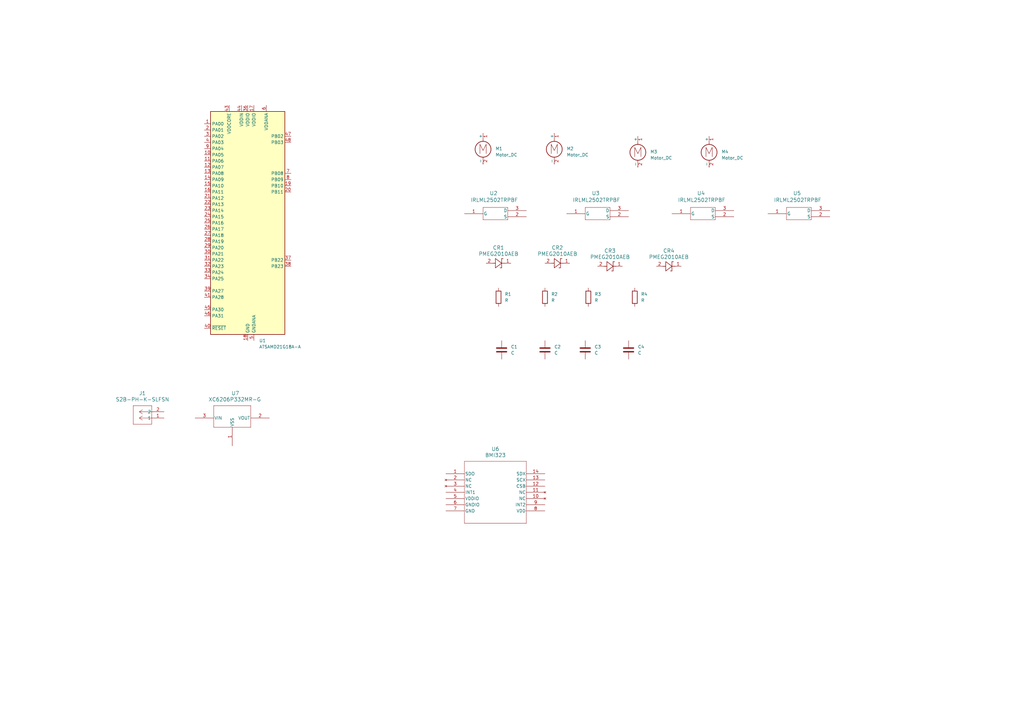
<source format=kicad_sch>
(kicad_sch (version 20250114) (generator "eeschema") (generator_version "9.0")
  (paper "A3")
  (title_block (title "ME461-MiniVTOL Schematic") (date "2026-01-29") (rev "0"))
  (lib_symbols
    (symbol "BMI323 (IMU):BMI323" (pin_names (offset 0.254))
      (property "Reference" "U" (at 20.32 10.16 0))
      (property "Value" "BMI323" (at 20.32 7.62 0))
      (symbol "BMI323_0_1"
        (polyline (pts (xy 7.62 5.08) (xy 7.62 -20.32)) (stroke (width 0.127)))
        (polyline (pts (xy 7.62 -20.32) (xy 33.02 -20.32)) (stroke (width 0.127)))
        (polyline (pts (xy 33.02 5.08) (xy 7.62 5.08)) (stroke (width 0.127)))
        (polyline (pts (xy 33.02 -20.32) (xy 33.02 5.08)) (stroke (width 0.127)))
        (pin bidirectional line (at 0 0 0) (length 7.62) (name "SDO") (number "1"))
        (pin no_connect line (at 0 -2.54 0) (length 7.62) (name "NC") (number "2"))
        (pin no_connect line (at 0 -5.08 0) (length 7.62) (name "NC") (number "3"))
        (pin bidirectional line (at 0 -7.62 0) (length 7.62) (name "INT1") (number "4"))
        (pin power_in line (at 0 -10.16 0) (length 7.62) (name "VDDIO") (number "5"))
        (pin power_out line (at 0 -12.7 0) (length 7.62) (name "GNDIO") (number "6"))
        (pin power_out line (at 0 -15.24 0) (length 7.62) (name "GND") (number "7"))
        (pin bidirectional line (at 40.64 0 180) (length 7.62) (name "SDX") (number "14"))
        (pin input line (at 40.64 -2.54 180) (length 7.62) (name "SCX") (number "13"))
        (pin input line (at 40.64 -5.08 180) (length 7.62) (name "CSB") (number "12"))
        (pin no_connect line (at 40.64 -7.62 180) (length 7.62) (name "NC") (number "11"))
        (pin no_connect line (at 40.64 -10.16 180) (length 7.62) (name "NC") (number "10"))
        (pin bidirectional line (at 40.64 -12.7 180) (length 7.62) (name "INT2") (number "9"))
        (pin power_in line (at 40.64 -15.24 180) (length 7.62) (name "VDD") (number "8"))
      )
    )
    (symbol "Device:C" (pin_numbers (hide yes)) (pin_names (offset 0.254))
      (property "Reference" "C" (at 0.635 2.54 0))
      (property "Value" "C" (at 0.635 -2.54 0))
      (symbol "C_0_1"
        (polyline (pts (xy -2.032 0.762) (xy 2.032 0.762)) (stroke (width 0.508)))
        (polyline (pts (xy -2.032 -0.762) (xy 2.032 -0.762)) (stroke (width 0.508)))
      )
      (symbol "C_1_1"
        (pin passive line (at 0 3.81 270) (length 2.794) (name "~") (number "1"))
        (pin passive line (at 0 -3.81 90) (length 2.794) (name "~") (number "2"))
      )
    )
    (symbol "Device:R" (pin_numbers (hide yes)) (pin_names (offset 0))
      (property "Reference" "R" (at 2.032 0 90))
      (property "Value" "R" (at 0 0 90))
      (symbol "R_0_1"
        (rectangle (start -1.016 -2.54) (end 1.016 2.54) (stroke (width 0.254)))
      )
      (symbol "R_1_1"
        (pin passive line (at 0 3.81 270) (length 1.27) (name "~") (number "1"))
        (pin passive line (at 0 -3.81 90) (length 1.27) (name "~") (number "2"))
      )
    )
    (symbol "IRLML2502TRPBF_1" (pin_names (offset 0.254))
      (property "Reference" "U2" (at 19.558 8.382 0))
      (property "Value" "IRLML2502TRPBF" (at 19.812 5.588 0))
      (symbol "IRLML2502TRPBF_1_0_1"
        (polyline (pts (xy 15.24 2.54) (xy 15.24 -2.54)) (stroke (width 0.127)))
        (polyline (pts (xy 15.24 -2.54) (xy 25.4 -2.54)) (stroke (width 0.127)))
        (polyline (pts (xy 25.4 2.54) (xy 15.24 2.54)) (stroke (width 0.127)))
        (polyline (pts (xy 25.4 -2.54) (xy 25.4 2.54)) (stroke (width 0.127)))
        (pin unspecified line (at 7.62 0 0) (length 7.62) (name "G") (number "1"))
        (pin unspecified line (at 33.02 1.27 180) (length 7.62) (name "D") (number "3"))
        (pin unspecified line (at 33.02 -1.27 180) (length 7.62) (name "S") (number "2"))
      )
    )
    (symbol "MCU_Microchip_SAMD:ATSAMD21G18A-A"
      (property "Reference" "U" (at -13.97 46.99 0))
      (property "Value" "ATSAMD21G18A-A" (at 16.51 46.99 0))
      (symbol "ATSAMD21G18A-A_0_1"
        (rectangle (start -15.24 45.72) (end 15.24 -45.72) (stroke (width 0.254)) (fill (type background)))
      )
      (symbol "ATSAMD21G18A-A_1_1"
        (pin bidirectional line (at -17.78 40.64 0) (length 2.54) (name "PA00") (number "1"))
        (pin bidirectional line (at -17.78 38.1 0) (length 2.54) (name "PA01") (number "2"))
        (pin bidirectional line (at -17.78 35.56 0) (length 2.54) (name "PA02") (number "3"))
        (pin bidirectional line (at -17.78 33.02 0) (length 2.54) (name "PA03") (number "4"))
        (pin bidirectional line (at -17.78 30.48 0) (length 2.54) (name "PA04") (number "9"))
        (pin bidirectional line (at -17.78 27.94 0) (length 2.54) (name "PA05") (number "10"))
        (pin bidirectional line (at -17.78 25.4 0) (length 2.54) (name "PA06") (number "11"))
        (pin bidirectional line (at -17.78 22.86 0) (length 2.54) (name "PA07") (number "12"))
        (pin bidirectional line (at -17.78 20.32 0) (length 2.54) (name "PA08") (number "13"))
        (pin bidirectional line (at -17.78 17.78 0) (length 2.54) (name "PA09") (number "14"))
        (pin bidirectional line (at -17.78 15.24 0) (length 2.54) (name "PA10") (number "15"))
        (pin bidirectional line (at -17.78 12.7 0) (length 2.54) (name "PA11") (number "16"))
        (pin bidirectional line (at -17.78 10.16 0) (length 2.54) (name "PA12") (number "21"))
        (pin bidirectional line (at -17.78 7.62 0) (length 2.54) (name "PA13") (number "22"))
        (pin bidirectional line (at -17.78 5.08 0) (length 2.54) (name "PA14") (number "23"))
        (pin bidirectional line (at -17.78 2.54 0) (length 2.54) (name "PA15") (number "24"))
        (pin bidirectional line (at -17.78 0 0) (length 2.54) (name "PA16") (number "25"))
        (pin bidirectional line (at -17.78 -2.54 0) (length 2.54) (name "PA17") (number "26"))
        (pin bidirectional line (at -17.78 -5.08 0) (length 2.54) (name "PA18") (number "27"))
        (pin bidirectional line (at -17.78 -7.62 0) (length 2.54) (name "PA19") (number "28"))
        (pin bidirectional line (at -17.78 -10.16 0) (length 2.54) (name "PA20") (number "29"))
        (pin bidirectional line (at -17.78 -12.7 0) (length 2.54) (name "PA21") (number "30"))
        (pin bidirectional line (at -17.78 -15.24 0) (length 2.54) (name "PA22") (number "31"))
        (pin bidirectional line (at -17.78 -17.78 0) (length 2.54) (name "PA23") (number "32"))
        (pin bidirectional line (at -17.78 -20.32 0) (length 2.54) (name "PA24") (number "33"))
        (pin bidirectional line (at -17.78 -22.86 0) (length 2.54) (name "PA25") (number "34"))
        (pin bidirectional line (at -17.78 -27.94 0) (length 2.54) (name "PA27") (number "39"))
        (pin bidirectional line (at -17.78 -30.48 0) (length 2.54) (name "PA28") (number "41"))
        (pin bidirectional line (at -17.78 -35.56 0) (length 2.54) (name "PA30") (number "45"))
        (pin bidirectional line (at -17.78 -38.1 0) (length 2.54) (name "PA31") (number "46"))
        (pin input line (at -17.78 -43.18 0) (length 2.54) (name "~{RESET}") (number "40"))
        (pin power_out line (at -7.62 48.26 270) (length 2.54) (name "VDDCORE") (number "43"))
        (pin power_in line (at -2.54 48.26 270) (length 2.54) (name "VDDIN") (number "44"))
        (pin power_in line (at 0 48.26 270) (length 2.54) (name "VDDIO") (number "36"))
        (pin power_in line (at 0 -48.26 90) (length 2.54) (name "GND") (number "18"))
        (pin passive line (at 0 -48.26 90) (length 2.54) (hide yes) (name "GND") (number "35"))
        (pin passive line (at 0 -48.26 90) (length 2.54) (hide yes) (name "GND") (number "42"))
        (pin power_in line (at 2.54 48.26 270) (length 2.54) (name "VDDIO") (number "17"))
        (pin power_in line (at 2.54 -48.26 90) (length 2.54) (name "GNDANA") (number "5"))
        (pin power_in line (at 7.62 48.26 270) (length 2.54) (name "VDDANA") (number "6"))
        (pin bidirectional line (at 17.78 35.56 180) (length 2.54) (name "PB02") (number "47"))
        (pin bidirectional line (at 17.78 33.02 180) (length 2.54) (name "PB03") (number "48"))
        (pin bidirectional line (at 17.78 20.32 180) (length 2.54) (name "PB08") (number "7"))
        (pin bidirectional line (at 17.78 17.78 180) (length 2.54) (name "PB09") (number "8"))
        (pin bidirectional line (at 17.78 15.24 180) (length 2.54) (name "PB10") (number "19"))
        (pin bidirectional line (at 17.78 12.7 180) (length 2.54) (name "PB11") (number "20"))
        (pin bidirectional line (at 17.78 -15.24 180) (length 2.54) (name "PB22") (number "37"))
        (pin bidirectional line (at 17.78 -17.78 180) (length 2.54) (name "PB23") (number "38"))
      )
    )
    (symbol "Motor:Motor_DC" (pin_names (offset 0))
      (property "Reference" "M" (at 2.54 2.54 0))
      (property "Value" "Motor_DC" (at 2.54 -5.08 0))
      (symbol "Motor_DC_0_0"
        (polyline (pts (xy -1.27 -3.302) (xy -1.27 0.508) (xy 0 -2.032) (xy 1.27 0.508) (xy 1.27 -3.302)))
      )
      (symbol "Motor_DC_0_1"
        (polyline (pts (xy 0 2.032) (xy 0 2.54)))
        (polyline (pts (xy 0 1.7272) (xy 0 2.0828)))
        (circle (center 0 -1.524) (radius 3.2512) (stroke (width 0.254)))
        (polyline (pts (xy 0 -4.7752) (xy 0 -5.1816)))
        (polyline (pts (xy 0 -7.62) (xy 0 -7.112)))
      )
      (symbol "Motor_DC_1_1"
        (pin passive line (at 0 5.08 270) (length 2.54) (name "+") (number "1"))
        (pin passive line (at 0 -7.62 90) (length 2.54) (name "-") (number "2"))
      )
    )
    (symbol "PMEG2010AEB (DIODE):PMEG2010AEB" (pin_names (offset 0.254))
      (property "Reference" "CR" (at 5.08 4.445 0))
      (property "Value" "PMEG2010AEB" (at 5.08 -3.81 0))
      (symbol "PMEG2010AEB_0_1"
        (polyline (pts (xy 2.54 0) (xy 3.4798 0)) (stroke (width 0.2032)))
        (polyline (pts (xy 3.175 0) (xy 3.81 0)) (stroke (width 0.2032)))
        (polyline (pts (xy 3.81 1.905) (xy 3.81 -1.905)) (stroke (width 0.2032)))
        (polyline (pts (xy 3.81 -1.905) (xy 6.35 0)) (stroke (width 0.2032)))
        (polyline (pts (xy 6.35 1.905) (xy 6.985 1.905)) (stroke (width 0.2032)))
        (polyline (pts (xy 6.35 0) (xy 3.81 1.905)) (stroke (width 0.2032)))
        (polyline (pts (xy 6.35 0) (xy 7.62 0)) (stroke (width 0.2032)))
        (polyline (pts (xy 6.35 -1.905) (xy 5.715 -1.905)) (stroke (width 0.2032)))
        (polyline (pts (xy 6.35 -1.905) (xy 6.35 1.905)) (stroke (width 0.2032)))
        (pin unspecified line (at 0 0 0) (length 2.54) (name "") (number "2"))
        (pin unspecified line (at 10.16 0 180) (length 2.54) (name "") (number "1"))
      )
    )
    (symbol "S2B-PH-K-S (JST):S2B-PH-K-SLFSN" (pin_names (offset 0.254))
      (property "Reference" "J" (at 8.89 6.35 0))
      (property "Value" "S2B-PH-K-SLFSN" (at 0 0 0))
      (symbol "S2B-PH-K-SLFSN_1_1"
        (polyline (pts (xy 5.08 2.54) (xy 5.08 -5.08)) (stroke (width 0.127)))
        (polyline (pts (xy 5.08 -5.08) (xy 12.7 -5.08)) (stroke (width 0.127)))
        (polyline (pts (xy 10.16 0) (xy 5.08 0)) (stroke (width 0.127)))
        (polyline (pts (xy 10.16 0) (xy 8.89 0.8467)) (stroke (width 0.127)))
        (polyline (pts (xy 10.16 0) (xy 8.89 -0.8467)) (stroke (width 0.127)))
        (polyline (pts (xy 10.16 -2.54) (xy 5.08 -2.54)) (stroke (width 0.127)))
        (polyline (pts (xy 10.16 -2.54) (xy 8.89 -1.6933)) (stroke (width 0.127)))
        (polyline (pts (xy 10.16 -2.54) (xy 8.89 -3.3867)) (stroke (width 0.127)))
        (polyline (pts (xy 12.7 2.54) (xy 5.08 2.54)) (stroke (width 0.127)))
        (polyline (pts (xy 12.7 -5.08) (xy 12.7 2.54)) (stroke (width 0.127)))
        (pin unspecified line (at 0 0 0) (length 5.08) (name "1") (number "1"))
        (pin unspecified line (at 0 -2.54 0) (length 5.08) (name "2") (number "2"))
      )
      (symbol "S2B-PH-K-SLFSN_1_2"
        (polyline (pts (xy 5.08 2.54) (xy 5.08 -5.08)) (stroke (width 0.127)))
        (polyline (pts (xy 5.08 -5.08) (xy 12.7 -5.08)) (stroke (width 0.127)))
        (polyline (pts (xy 7.62 0) (xy 5.08 0)) (stroke (width 0.127)))
        (polyline (pts (xy 7.62 0) (xy 8.89 0.8467)) (stroke (width 0.127)))
        (polyline (pts (xy 7.62 0) (xy 8.89 -0.8467)) (stroke (width 0.127)))
        (polyline (pts (xy 7.62 -2.54) (xy 5.08 -2.54)) (stroke (width 0.127)))
        (polyline (pts (xy 7.62 -2.54) (xy 8.89 -1.6933)) (stroke (width 0.127)))
        (polyline (pts (xy 7.62 -2.54) (xy 8.89 -3.3867)) (stroke (width 0.127)))
        (polyline (pts (xy 12.7 2.54) (xy 5.08 2.54)) (stroke (width 0.127)))
        (polyline (pts (xy 12.7 -5.08) (xy 12.7 2.54)) (stroke (width 0.127)))
        (pin unspecified line (at 0 0 0) (length 5.08) (name "1") (number "1"))
        (pin unspecified line (at 0 -2.54 0) (length 5.08) (name "2") (number "2"))
      )
    )
    (symbol "ul_XC6206P332MR-G (V Reg):XC6206P332MR-G" (pin_names (offset 0.254))
      (property "Reference" "U7" (at 20.32 10.16 0))
      (property "Value" "XC6206P332MR-G" (at 20.066 7.62 0))
      (symbol "XC6206P332MR-G_0_1"
        (polyline (pts (xy 11.43 5.08) (xy 11.43 -3.81)) (stroke (width 0.127)))
        (polyline (pts (xy 11.43 -3.81) (xy 26.67 -3.81)) (stroke (width 0.127)))
        (polyline (pts (xy 26.67 5.08) (xy 11.43 5.08)) (stroke (width 0.127)))
        (polyline (pts (xy 26.67 -3.81) (xy 26.67 5.08)) (stroke (width 0.127)))
        (pin power_in line (at 3.81 0 0) (length 7.62) (name "VIN") (number "3"))
        (pin power_out line (at 19.05 -11.43 90) (length 7.62) (name "VSS") (number "1"))
        (pin output line (at 34.29 0 180) (length 7.62) (name "VOUT") (number "2"))
      )
    )
  )
  (symbol (lib_id "Motor:Motor_DC") (at 290.83 60.96 0) (unit 1)
    (property "Reference" "M4" (at 295.91 62.2299 0) (effects (justify left)))
    (property "Value" "Motor_DC" (at 295.91 64.7699 0) (effects (justify left)))
    (property "Description" "DC Motor" (effects (hide yes)))
  )
  (symbol (lib_id "Device:R") (at 223.52 121.92 0) (unit 1)
    (property "Reference" "R2" (at 226.06 120.6499 0) (effects (justify left)))
    (property "Value" "R" (at 226.06 123.1899 0) (effects (justify left)))
    (property "Description" "Resistor" (effects (hide yes)))
  )
  (symbol (lib_id "Device:R") (at 260.35 121.92 0) (unit 1)
    (property "Reference" "R4" (at 262.89 120.6499 0) (effects (justify left)))
    (property "Value" "R" (at 262.89 123.1899 0) (effects (justify left)))
    (property "Description" "Resistor" (effects (hide yes)))
  )
  (symbol (lib_id "MCU_Microchip_SAMD:ATSAMD21G18A-A") (at 101.6 91.44 0) (unit 1)
    (property "Reference" "U1" (at 106.2833 139.7 0) (effects (justify left)))
    (property "Value" "ATSAMD21G18A-A" (at 106.2833 142.24 0) (effects (justify left)))
    (property "Footprint" "Package_QFP:TQFP-48_7x7mm_P0.5mm" (effects (hide yes)))
    (property "Datasheet" "http://ww1.microchip.com/downloads/en/DeviceDoc/SAM_D21_DA1_Family_Data%20Sheet_DS40001882E.pdf" (effects (hide yes)))
    (property "Description" "SAM D21 Microchip SMART ARM-based Flash MCU, 48Mhz, 256K Flash, 32K SRAM, TQFP-48" (effects (hide yes)))
  )
  (symbol (lib_id "Device:C") (at 223.52 143.51 0) (unit 1)
    (property "Reference" "C2" (at 227.33 142.2399 0) (effects (justify left)))
    (property "Value" "C" (at 227.33 144.7799 0) (effects (justify left)))
    (property "Description" "Unpolarized capacitor" (effects (hide yes)))
  )
  (symbol (lib_name "IRLML2502TRPBF_1") (lib_id "IRLML2502TRPBF (MOSFET):IRLML2502TRPBF") (at 307.34 87.63 0) (unit 1)
    (property "Reference" "U5" (at 326.898 79.248 0) (effects (font (size 1.524 1.524))))
    (property "Value" "IRLML2502TRPBF" (at 327.152 82.042 0) (effects (font (size 1.524 1.524))))
    (property "Footprint" "PG-TO23-3_INF" (effects (hide yes)))
    (property "Datasheet" "https://www.infineon.com/dgdl/irlml2502pbf.pdf?fileId=5546d462533600a401535668048e2606" (effects (hide yes)))
  )
  (symbol (lib_id "Device:R") (at 204.47 121.92 0) (unit 1)
    (property "Reference" "R1" (at 207.01 120.6499 0) (effects (justify left)))
    (property "Value" "R" (at 207.01 123.1899 0) (effects (justify left)))
    (property "Description" "Resistor" (effects (hide yes)))
  )
  (symbol (lib_id "Motor:Motor_DC") (at 227.33 59.69 0) (unit 1)
    (property "Reference" "M2" (at 232.41 60.9599 0) (effects (justify left)))
    (property "Value" "Motor_DC" (at 232.41 63.4999 0) (effects (justify left)))
    (property "Description" "DC Motor" (effects (hide yes)))
  )
  (symbol (lib_name "IRLML2502TRPBF_1") (lib_id "IRLML2502TRPBF (MOSFET):IRLML2502TRPBF") (at 182.88 87.63 0) (unit 1)
    (property "Reference" "U2" (at 202.438 79.248 0) (effects (font (size 1.524 1.524))))
    (property "Value" "IRLML2502TRPBF" (at 202.692 82.042 0) (effects (font (size 1.524 1.524))))
    (property "Footprint" "PG-TO23-3_INF" (effects (hide yes)))
    (property "Datasheet" "https://www.infineon.com/dgdl/irlml2502pbf.pdf?fileId=5546d462533600a401535668048e2606" (effects (hide yes)))
  )
  (symbol (lib_id "PMEG2010AEB (DIODE):PMEG2010AEB") (at 199.39 107.95 0) (unit 1)
    (property "Reference" "CR1" (at 204.47 101.6 0) (effects (font (size 1.524 1.524))))
    (property "Value" "PMEG2010AEB" (at 204.47 104.14 0) (effects (font (size 1.524 1.524))))
    (property "Footprint" "SOD523_NXP" (effects (hide yes)))
    (property "Datasheet" "PMEG2010AEB" (effects (hide yes)))
  )
  (symbol (lib_name "IRLML2502TRPBF_1") (lib_id "IRLML2502TRPBF (MOSFET):IRLML2502TRPBF") (at 267.97 87.63 0) (unit 1)
    (property "Reference" "U4" (at 287.528 79.248 0) (effects (font (size 1.524 1.524))))
    (property "Value" "IRLML2502TRPBF" (at 287.782 82.042 0) (effects (font (size 1.524 1.524))))
    (property "Footprint" "PG-TO23-3_INF" (effects (hide yes)))
    (property "Datasheet" "https://www.infineon.com/dgdl/irlml2502pbf.pdf?fileId=5546d462533600a401535668048e2606" (effects (hide yes)))
  )
  (symbol (lib_id "Motor:Motor_DC") (at 198.12 59.69 0) (unit 1)
    (property "Reference" "M1" (at 203.2 60.9599 0) (effects (justify left)))
    (property "Value" "Motor_DC" (at 203.2 63.4999 0) (effects (justify left)))
    (property "Description" "DC Motor" (effects (hide yes)))
  )
  (symbol (lib_name "IRLML2502TRPBF_1") (lib_id "IRLML2502TRPBF (MOSFET):IRLML2502TRPBF") (at 224.79 87.63 0) (unit 1)
    (property "Reference" "U3" (at 244.348 79.248 0) (effects (font (size 1.524 1.524))))
    (property "Value" "IRLML2502TRPBF" (at 244.602 82.042 0) (effects (font (size 1.524 1.524))))
    (property "Footprint" "PG-TO23-3_INF" (effects (hide yes)))
    (property "Datasheet" "https://www.infineon.com/dgdl/irlml2502pbf.pdf?fileId=5546d462533600a401535668048e2606" (effects (hide yes)))
  )
  (symbol (lib_id "S2B-PH-K-S (JST):S2B-PH-K-SLFSN") (at 67.31 171.45 180) (unit 1)
    (property "Reference" "J1" (at 58.42 161.29 0) (effects (font (size 1.524 1.524))))
    (property "Value" "S2B-PH-K-SLFSN" (at 58.42 163.83 0) (effects (font (size 1.524 1.524))))
    (property "Footprint" "CONN_S2B-PH-K-S_JST" (effects (hide yes)))
    (property "Datasheet" "S2B-PH-K-SLFSN" (effects (hide yes)))
  )
  (symbol (lib_id "Device:C") (at 205.74 143.51 0) (unit 1)
    (property "Reference" "C1" (at 209.55 142.2399 0) (effects (justify left)))
    (property "Value" "C" (at 209.55 144.7799 0) (effects (justify left)))
    (property "Description" "Unpolarized capacitor" (effects (hide yes)))
  )
  (symbol (lib_id "PMEG2010AEB (DIODE):PMEG2010AEB") (at 245.11 109.22 0) (unit 1)
    (property "Reference" "CR3" (at 250.19 102.87 0) (effects (font (size 1.524 1.524))))
    (property "Value" "PMEG2010AEB" (at 250.19 105.41 0) (effects (font (size 1.524 1.524))))
    (property "Footprint" "SOD523_NXP" (effects (hide yes)))
    (property "Datasheet" "PMEG2010AEB" (effects (hide yes)))
  )
  (symbol (lib_id "BMI323 (IMU):BMI323") (at 182.88 194.31 0) (unit 1)
    (property "Reference" "U6" (at 203.2 184.15 0) (effects (font (size 1.524 1.524))))
    (property "Value" "BMI323" (at 203.2 186.69 0) (effects (font (size 1.524 1.524))))
    (property "Footprint" "BMI323_BOS" (effects (hide yes)))
    (property "Datasheet" "BMI323" (effects (hide yes)))
  )
  (symbol (lib_id "PMEG2010AEB (DIODE):PMEG2010AEB") (at 223.52 107.95 0) (unit 1)
    (property "Reference" "CR2" (at 228.6 101.6 0) (effects (font (size 1.524 1.524))))
    (property "Value" "PMEG2010AEB" (at 228.6 104.14 0) (effects (font (size 1.524 1.524))))
    (property "Footprint" "SOD523_NXP" (effects (hide yes)))
    (property "Datasheet" "PMEG2010AEB" (effects (hide yes)))
  )
  (symbol (lib_id "Motor:Motor_DC") (at 261.62 60.96 0) (unit 1)
    (property "Reference" "M3" (at 266.7 62.2299 0) (effects (justify left)))
    (property "Value" "Motor_DC" (at 266.7 64.7699 0) (effects (justify left)))
    (property "Description" "DC Motor" (effects (hide yes)))
  )
  (symbol (lib_id "Device:C") (at 240.03 143.51 0) (unit 1)
    (property "Reference" "C3" (at 243.84 142.2399 0) (effects (justify left)))
    (property "Value" "C" (at 243.84 144.7799 0) (effects (justify left)))
    (property "Description" "Unpolarized capacitor" (effects (hide yes)))
  )
  (symbol (lib_id "PMEG2010AEB (DIODE):PMEG2010AEB") (at 269.24 109.22 0) (unit 1)
    (property "Reference" "CR4" (at 274.32 102.87 0) (effects (font (size 1.524 1.524))))
    (property "Value" "PMEG2010AEB" (at 274.32 105.41 0) (effects (font (size 1.524 1.524))))
    (property "Footprint" "SOD523_NXP" (effects (hide yes)))
    (property "Datasheet" "PMEG2010AEB" (effects (hide yes)))
  )
  (symbol (lib_id "Device:C") (at 257.81 143.51 0) (unit 1)
    (property "Reference" "C4" (at 261.62 142.2399 0) (effects (justify left)))
    (property "Value" "C" (at 261.62 144.7799 0) (effects (justify left)))
    (property "Description" "Unpolarized capacitor" (effects (hide yes)))
  )
  (symbol (lib_id "Device:R") (at 241.3 121.92 0) (unit 1)
    (property "Reference" "R3" (at 243.84 120.6499 0) (effects (justify left)))
    (property "Value" "R" (at 243.84 123.1899 0) (effects (justify left)))
    (property "Description" "Resistor" (effects (hide yes)))
  )
  (symbol (lib_id "ul_XC6206P332MR-G (V Reg):XC6206P332MR-G") (at 76.2 171.45 0) (unit 1)
    (property "Reference" "U7" (at 96.52 161.29 0) (effects (font (size 1.524 1.524))))
    (property "Value" "XC6206P332MR-G" (at 96.266 163.83 0) (effects (font (size 1.524 1.524))))
    (property "Footprint" "SOT-23_TOR" (effects (hide yes)))
    (property "Datasheet" "XC6206P332MR-G" (effects (hide yes)))
  )
)
</source>
